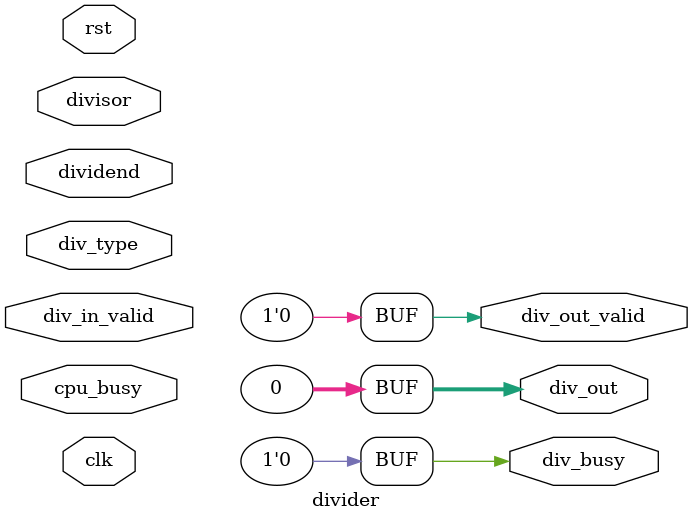
<source format=sv>
module divider (
  /* input */
  input logic clk,
  input logic rst,
  input logic [31:0] divisor,
  input logic [31:0] dividend,
  input logic div_in_valid,
  input logic [1:0] div_type,
  input logic cpu_busy,
  /* output */
  output logic [31:0] div_out,
  output logic div_out_valid,
  output logic div_busy
);

  enum bit [2:0] {DIV_WAIT_VALID, DIV_DETECT_EXCEPTION} div_state;

  assign div_out = 32'd0;
  assign div_out_valid = 1'b0;
  assign div_busy = 1'b0;

  always @(posedge clk or posedge rst) begin 
    if (rst) begin
      div_state <= DIV_WAIT_VALID;
    end
    else begin
      case (div_state)
        DIV_WAIT_VALID:       div_state <= div_in_valid ? DIV_DETECT_EXCEPTION : DIV_WAIT_VALID;
        DIV_DETECT_EXCEPTION: div_state <= DIV_DETECT_EXCEPTION;
      endcase
    end
  end



endmodule
</source>
